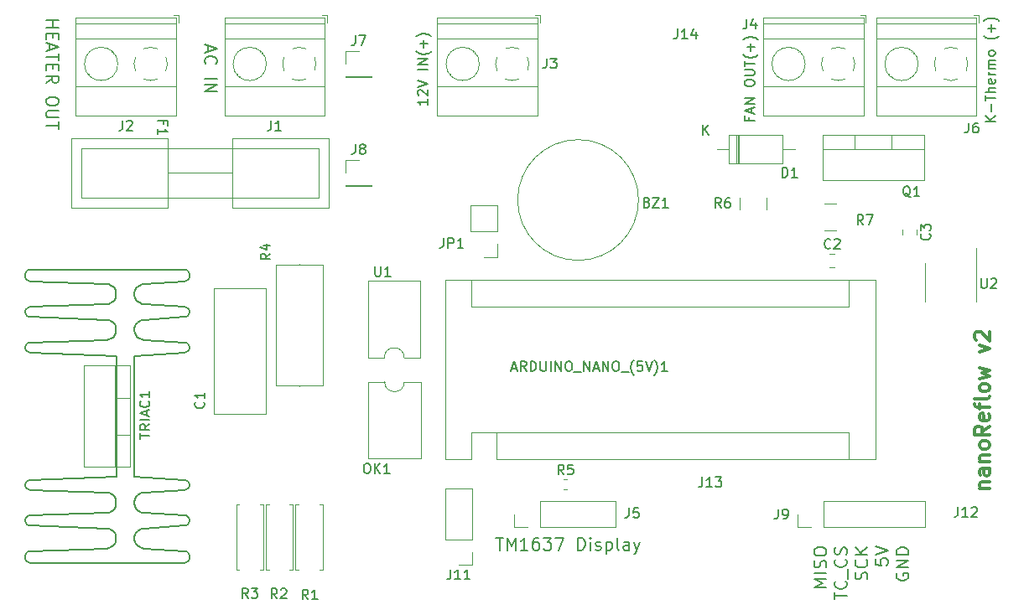
<source format=gbr>
G04 #@! TF.GenerationSoftware,KiCad,Pcbnew,(5.1.12)-1*
G04 #@! TF.CreationDate,2022-01-17T10:13:42+01:00*
G04 #@! TF.ProjectId,arduino_nano_reflow_TRIAC_v1_0,61726475-696e-46f5-9f6e-616e6f5f7265,1.0*
G04 #@! TF.SameCoordinates,Original*
G04 #@! TF.FileFunction,Legend,Top*
G04 #@! TF.FilePolarity,Positive*
%FSLAX46Y46*%
G04 Gerber Fmt 4.6, Leading zero omitted, Abs format (unit mm)*
G04 Created by KiCad (PCBNEW (5.1.12)-1) date 2022-01-17 10:13:42*
%MOMM*%
%LPD*%
G01*
G04 APERTURE LIST*
%ADD10C,0.200000*%
%ADD11C,0.150000*%
%ADD12C,0.300000*%
%ADD13C,0.120000*%
%ADD14C,0.191466*%
G04 APERTURE END LIST*
D10*
X182434296Y-116055450D02*
X181184296Y-116055450D01*
X182077153Y-115638783D01*
X181184296Y-115222117D01*
X182434296Y-115222117D01*
X182434296Y-114626879D02*
X181184296Y-114626879D01*
X182374772Y-114091164D02*
X182434296Y-113912593D01*
X182434296Y-113614974D01*
X182374772Y-113495926D01*
X182315248Y-113436402D01*
X182196200Y-113376879D01*
X182077153Y-113376879D01*
X181958105Y-113436402D01*
X181898581Y-113495926D01*
X181839058Y-113614974D01*
X181779534Y-113853069D01*
X181720010Y-113972117D01*
X181660486Y-114031640D01*
X181541439Y-114091164D01*
X181422391Y-114091164D01*
X181303343Y-114031640D01*
X181243820Y-113972117D01*
X181184296Y-113853069D01*
X181184296Y-113555450D01*
X181243820Y-113376879D01*
X181184296Y-112603069D02*
X181184296Y-112364974D01*
X181243820Y-112245926D01*
X181362867Y-112126879D01*
X181600962Y-112067355D01*
X182017629Y-112067355D01*
X182255724Y-112126879D01*
X182374772Y-112245926D01*
X182434296Y-112364974D01*
X182434296Y-112603069D01*
X182374772Y-112722117D01*
X182255724Y-112841164D01*
X182017629Y-112900688D01*
X181600962Y-112900688D01*
X181362867Y-112841164D01*
X181243820Y-112722117D01*
X181184296Y-112603069D01*
X183259296Y-117305450D02*
X183259296Y-116591164D01*
X184509296Y-116948307D02*
X183259296Y-116948307D01*
X184390248Y-115460212D02*
X184449772Y-115519736D01*
X184509296Y-115698307D01*
X184509296Y-115817355D01*
X184449772Y-115995926D01*
X184330724Y-116114974D01*
X184211677Y-116174498D01*
X183973581Y-116234021D01*
X183795010Y-116234021D01*
X183556915Y-116174498D01*
X183437867Y-116114974D01*
X183318820Y-115995926D01*
X183259296Y-115817355D01*
X183259296Y-115698307D01*
X183318820Y-115519736D01*
X183378343Y-115460212D01*
X184628343Y-115222117D02*
X184628343Y-114269736D01*
X184390248Y-113257831D02*
X184449772Y-113317355D01*
X184509296Y-113495926D01*
X184509296Y-113614974D01*
X184449772Y-113793545D01*
X184330724Y-113912593D01*
X184211677Y-113972117D01*
X183973581Y-114031640D01*
X183795010Y-114031640D01*
X183556915Y-113972117D01*
X183437867Y-113912593D01*
X183318820Y-113793545D01*
X183259296Y-113614974D01*
X183259296Y-113495926D01*
X183318820Y-113317355D01*
X183378343Y-113257831D01*
X184449772Y-112781640D02*
X184509296Y-112603069D01*
X184509296Y-112305450D01*
X184449772Y-112186402D01*
X184390248Y-112126879D01*
X184271200Y-112067355D01*
X184152153Y-112067355D01*
X184033105Y-112126879D01*
X183973581Y-112186402D01*
X183914058Y-112305450D01*
X183854534Y-112543545D01*
X183795010Y-112662593D01*
X183735486Y-112722117D01*
X183616439Y-112781640D01*
X183497391Y-112781640D01*
X183378343Y-112722117D01*
X183318820Y-112662593D01*
X183259296Y-112543545D01*
X183259296Y-112245926D01*
X183318820Y-112067355D01*
X186524772Y-115281640D02*
X186584296Y-115103069D01*
X186584296Y-114805450D01*
X186524772Y-114686402D01*
X186465248Y-114626879D01*
X186346200Y-114567355D01*
X186227153Y-114567355D01*
X186108105Y-114626879D01*
X186048581Y-114686402D01*
X185989058Y-114805450D01*
X185929534Y-115043545D01*
X185870010Y-115162593D01*
X185810486Y-115222117D01*
X185691439Y-115281640D01*
X185572391Y-115281640D01*
X185453343Y-115222117D01*
X185393820Y-115162593D01*
X185334296Y-115043545D01*
X185334296Y-114745926D01*
X185393820Y-114567355D01*
X186465248Y-113317355D02*
X186524772Y-113376879D01*
X186584296Y-113555450D01*
X186584296Y-113674498D01*
X186524772Y-113853069D01*
X186405724Y-113972117D01*
X186286677Y-114031640D01*
X186048581Y-114091164D01*
X185870010Y-114091164D01*
X185631915Y-114031640D01*
X185512867Y-113972117D01*
X185393820Y-113853069D01*
X185334296Y-113674498D01*
X185334296Y-113555450D01*
X185393820Y-113376879D01*
X185453343Y-113317355D01*
X186584296Y-112781640D02*
X185334296Y-112781640D01*
X186584296Y-112067355D02*
X185870010Y-112603069D01*
X185334296Y-112067355D02*
X186048581Y-112781640D01*
X187409296Y-113198307D02*
X187409296Y-113793545D01*
X188004534Y-113853069D01*
X187945010Y-113793545D01*
X187885486Y-113674498D01*
X187885486Y-113376879D01*
X187945010Y-113257831D01*
X188004534Y-113198307D01*
X188123581Y-113138783D01*
X188421200Y-113138783D01*
X188540248Y-113198307D01*
X188599772Y-113257831D01*
X188659296Y-113376879D01*
X188659296Y-113674498D01*
X188599772Y-113793545D01*
X188540248Y-113853069D01*
X187409296Y-112781640D02*
X188659296Y-112364974D01*
X187409296Y-111948307D01*
X189543820Y-114686402D02*
X189484296Y-114805450D01*
X189484296Y-114984021D01*
X189543820Y-115162593D01*
X189662867Y-115281640D01*
X189781915Y-115341164D01*
X190020010Y-115400688D01*
X190198581Y-115400688D01*
X190436677Y-115341164D01*
X190555724Y-115281640D01*
X190674772Y-115162593D01*
X190734296Y-114984021D01*
X190734296Y-114864974D01*
X190674772Y-114686402D01*
X190615248Y-114626879D01*
X190198581Y-114626879D01*
X190198581Y-114864974D01*
X190734296Y-114091164D02*
X189484296Y-114091164D01*
X190734296Y-113376879D01*
X189484296Y-113376879D01*
X190734296Y-112781640D02*
X189484296Y-112781640D01*
X189484296Y-112484021D01*
X189543820Y-112305450D01*
X189662867Y-112186402D01*
X189781915Y-112126879D01*
X190020010Y-112067355D01*
X190198581Y-112067355D01*
X190436677Y-112126879D01*
X190555724Y-112186402D01*
X190674772Y-112305450D01*
X190734296Y-112484021D01*
X190734296Y-112781640D01*
D11*
X199471200Y-69037355D02*
X198471200Y-69037355D01*
X199471200Y-68465926D02*
X198899772Y-68894498D01*
X198471200Y-68465926D02*
X199042629Y-69037355D01*
X199090248Y-68037355D02*
X199090248Y-67275450D01*
X198471200Y-66942117D02*
X198471200Y-66370688D01*
X199471200Y-66656402D02*
X198471200Y-66656402D01*
X199471200Y-66037355D02*
X198471200Y-66037355D01*
X199471200Y-65608783D02*
X198947391Y-65608783D01*
X198852153Y-65656402D01*
X198804534Y-65751640D01*
X198804534Y-65894498D01*
X198852153Y-65989736D01*
X198899772Y-66037355D01*
X199423581Y-64751640D02*
X199471200Y-64846879D01*
X199471200Y-65037355D01*
X199423581Y-65132593D01*
X199328343Y-65180212D01*
X198947391Y-65180212D01*
X198852153Y-65132593D01*
X198804534Y-65037355D01*
X198804534Y-64846879D01*
X198852153Y-64751640D01*
X198947391Y-64704021D01*
X199042629Y-64704021D01*
X199137867Y-65180212D01*
X199471200Y-64275450D02*
X198804534Y-64275450D01*
X198995010Y-64275450D02*
X198899772Y-64227831D01*
X198852153Y-64180212D01*
X198804534Y-64084974D01*
X198804534Y-63989736D01*
X199471200Y-63656402D02*
X198804534Y-63656402D01*
X198899772Y-63656402D02*
X198852153Y-63608783D01*
X198804534Y-63513545D01*
X198804534Y-63370688D01*
X198852153Y-63275450D01*
X198947391Y-63227831D01*
X199471200Y-63227831D01*
X198947391Y-63227831D02*
X198852153Y-63180212D01*
X198804534Y-63084974D01*
X198804534Y-62942117D01*
X198852153Y-62846879D01*
X198947391Y-62799260D01*
X199471200Y-62799260D01*
X199471200Y-62180212D02*
X199423581Y-62275450D01*
X199375962Y-62323069D01*
X199280724Y-62370688D01*
X198995010Y-62370688D01*
X198899772Y-62323069D01*
X198852153Y-62275450D01*
X198804534Y-62180212D01*
X198804534Y-62037355D01*
X198852153Y-61942117D01*
X198899772Y-61894498D01*
X198995010Y-61846879D01*
X199280724Y-61846879D01*
X199375962Y-61894498D01*
X199423581Y-61942117D01*
X199471200Y-62037355D01*
X199471200Y-62180212D01*
X199852153Y-60370688D02*
X199804534Y-60418307D01*
X199661677Y-60513545D01*
X199566439Y-60561164D01*
X199423581Y-60608783D01*
X199185486Y-60656402D01*
X198995010Y-60656402D01*
X198756915Y-60608783D01*
X198614058Y-60561164D01*
X198518820Y-60513545D01*
X198375962Y-60418307D01*
X198328343Y-60370688D01*
X199090248Y-59989736D02*
X199090248Y-59227831D01*
X199471200Y-59608783D02*
X198709296Y-59608783D01*
X199852153Y-58846879D02*
X199804534Y-58799260D01*
X199661677Y-58704021D01*
X199566439Y-58656402D01*
X199423581Y-58608783D01*
X199185486Y-58561164D01*
X198995010Y-58561164D01*
X198756915Y-58608783D01*
X198614058Y-58656402D01*
X198518820Y-58704021D01*
X198375962Y-58799260D01*
X198328343Y-58846879D01*
D10*
X149077153Y-111074736D02*
X149791439Y-111074736D01*
X149434296Y-112324736D02*
X149434296Y-111074736D01*
X150208105Y-112324736D02*
X150208105Y-111074736D01*
X150624772Y-111967593D01*
X151041439Y-111074736D01*
X151041439Y-112324736D01*
X152291439Y-112324736D02*
X151577153Y-112324736D01*
X151934296Y-112324736D02*
X151934296Y-111074736D01*
X151815248Y-111253307D01*
X151696200Y-111372355D01*
X151577153Y-111431879D01*
X153362867Y-111074736D02*
X153124772Y-111074736D01*
X153005724Y-111134260D01*
X152946200Y-111193783D01*
X152827153Y-111372355D01*
X152767629Y-111610450D01*
X152767629Y-112086640D01*
X152827153Y-112205688D01*
X152886677Y-112265212D01*
X153005724Y-112324736D01*
X153243820Y-112324736D01*
X153362867Y-112265212D01*
X153422391Y-112205688D01*
X153481915Y-112086640D01*
X153481915Y-111789021D01*
X153422391Y-111669974D01*
X153362867Y-111610450D01*
X153243820Y-111550926D01*
X153005724Y-111550926D01*
X152886677Y-111610450D01*
X152827153Y-111669974D01*
X152767629Y-111789021D01*
X153898581Y-111074736D02*
X154672391Y-111074736D01*
X154255724Y-111550926D01*
X154434296Y-111550926D01*
X154553343Y-111610450D01*
X154612867Y-111669974D01*
X154672391Y-111789021D01*
X154672391Y-112086640D01*
X154612867Y-112205688D01*
X154553343Y-112265212D01*
X154434296Y-112324736D01*
X154077153Y-112324736D01*
X153958105Y-112265212D01*
X153898581Y-112205688D01*
X155089058Y-111074736D02*
X155922391Y-111074736D01*
X155386677Y-112324736D01*
X157350962Y-112324736D02*
X157350962Y-111074736D01*
X157648581Y-111074736D01*
X157827153Y-111134260D01*
X157946200Y-111253307D01*
X158005724Y-111372355D01*
X158065248Y-111610450D01*
X158065248Y-111789021D01*
X158005724Y-112027117D01*
X157946200Y-112146164D01*
X157827153Y-112265212D01*
X157648581Y-112324736D01*
X157350962Y-112324736D01*
X158600962Y-112324736D02*
X158600962Y-111491402D01*
X158600962Y-111074736D02*
X158541439Y-111134260D01*
X158600962Y-111193783D01*
X158660486Y-111134260D01*
X158600962Y-111074736D01*
X158600962Y-111193783D01*
X159136677Y-112265212D02*
X159255724Y-112324736D01*
X159493820Y-112324736D01*
X159612867Y-112265212D01*
X159672391Y-112146164D01*
X159672391Y-112086640D01*
X159612867Y-111967593D01*
X159493820Y-111908069D01*
X159315248Y-111908069D01*
X159196200Y-111848545D01*
X159136677Y-111729498D01*
X159136677Y-111669974D01*
X159196200Y-111550926D01*
X159315248Y-111491402D01*
X159493820Y-111491402D01*
X159612867Y-111550926D01*
X160208105Y-111491402D02*
X160208105Y-112741402D01*
X160208105Y-111550926D02*
X160327153Y-111491402D01*
X160565248Y-111491402D01*
X160684296Y-111550926D01*
X160743820Y-111610450D01*
X160803343Y-111729498D01*
X160803343Y-112086640D01*
X160743820Y-112205688D01*
X160684296Y-112265212D01*
X160565248Y-112324736D01*
X160327153Y-112324736D01*
X160208105Y-112265212D01*
X161517629Y-112324736D02*
X161398581Y-112265212D01*
X161339058Y-112146164D01*
X161339058Y-111074736D01*
X162529534Y-112324736D02*
X162529534Y-111669974D01*
X162470010Y-111550926D01*
X162350962Y-111491402D01*
X162112867Y-111491402D01*
X161993820Y-111550926D01*
X162529534Y-112265212D02*
X162410486Y-112324736D01*
X162112867Y-112324736D01*
X161993820Y-112265212D01*
X161934296Y-112146164D01*
X161934296Y-112027117D01*
X161993820Y-111908069D01*
X162112867Y-111848545D01*
X162410486Y-111848545D01*
X162529534Y-111789021D01*
X163005724Y-111491402D02*
X163303343Y-112324736D01*
X163600962Y-111491402D02*
X163303343Y-112324736D01*
X163184296Y-112622355D01*
X163124772Y-112681879D01*
X163005724Y-112741402D01*
D11*
X142171200Y-66746879D02*
X142171200Y-67318307D01*
X142171200Y-67032593D02*
X141171200Y-67032593D01*
X141314058Y-67127831D01*
X141409296Y-67223069D01*
X141456915Y-67318307D01*
X141266439Y-66365926D02*
X141218820Y-66318307D01*
X141171200Y-66223069D01*
X141171200Y-65984974D01*
X141218820Y-65889736D01*
X141266439Y-65842117D01*
X141361677Y-65794498D01*
X141456915Y-65794498D01*
X141599772Y-65842117D01*
X142171200Y-66413545D01*
X142171200Y-65794498D01*
X141171200Y-65508783D02*
X142171200Y-65175450D01*
X141171200Y-64842117D01*
X142171200Y-63746879D02*
X141171200Y-63746879D01*
X142171200Y-63270688D02*
X141171200Y-63270688D01*
X142171200Y-62699260D01*
X141171200Y-62699260D01*
X142552153Y-61937355D02*
X142504534Y-61984974D01*
X142361677Y-62080212D01*
X142266439Y-62127831D01*
X142123581Y-62175450D01*
X141885486Y-62223069D01*
X141695010Y-62223069D01*
X141456915Y-62175450D01*
X141314058Y-62127831D01*
X141218820Y-62080212D01*
X141075962Y-61984974D01*
X141028343Y-61937355D01*
X141790248Y-61556402D02*
X141790248Y-60794498D01*
X142171200Y-61175450D02*
X141409296Y-61175450D01*
X142552153Y-60413545D02*
X142504534Y-60365926D01*
X142361677Y-60270688D01*
X142266439Y-60223069D01*
X142123581Y-60175450D01*
X141885486Y-60127831D01*
X141695010Y-60127831D01*
X141456915Y-60175450D01*
X141314058Y-60223069D01*
X141218820Y-60270688D01*
X141075962Y-60365926D01*
X141028343Y-60413545D01*
X174647391Y-68604021D02*
X174647391Y-68937355D01*
X175171200Y-68937355D02*
X174171200Y-68937355D01*
X174171200Y-68461164D01*
X174885486Y-68127831D02*
X174885486Y-67651640D01*
X175171200Y-68223069D02*
X174171200Y-67889736D01*
X175171200Y-67556402D01*
X175171200Y-67223069D02*
X174171200Y-67223069D01*
X175171200Y-66651640D01*
X174171200Y-66651640D01*
X174171200Y-65223069D02*
X174171200Y-65032593D01*
X174218820Y-64937355D01*
X174314058Y-64842117D01*
X174504534Y-64794498D01*
X174837867Y-64794498D01*
X175028343Y-64842117D01*
X175123581Y-64937355D01*
X175171200Y-65032593D01*
X175171200Y-65223069D01*
X175123581Y-65318307D01*
X175028343Y-65413545D01*
X174837867Y-65461164D01*
X174504534Y-65461164D01*
X174314058Y-65413545D01*
X174218820Y-65318307D01*
X174171200Y-65223069D01*
X174171200Y-64365926D02*
X174980724Y-64365926D01*
X175075962Y-64318307D01*
X175123581Y-64270688D01*
X175171200Y-64175450D01*
X175171200Y-63984974D01*
X175123581Y-63889736D01*
X175075962Y-63842117D01*
X174980724Y-63794498D01*
X174171200Y-63794498D01*
X174171200Y-63461164D02*
X174171200Y-62889736D01*
X175171200Y-63175450D02*
X174171200Y-63175450D01*
X175552153Y-62270688D02*
X175504534Y-62318307D01*
X175361677Y-62413545D01*
X175266439Y-62461164D01*
X175123581Y-62508783D01*
X174885486Y-62556402D01*
X174695010Y-62556402D01*
X174456915Y-62508783D01*
X174314058Y-62461164D01*
X174218820Y-62413545D01*
X174075962Y-62318307D01*
X174028343Y-62270688D01*
X174790248Y-61889736D02*
X174790248Y-61127831D01*
X175171200Y-61508783D02*
X174409296Y-61508783D01*
X175552153Y-60746879D02*
X175504534Y-60699260D01*
X175361677Y-60604021D01*
X175266439Y-60556402D01*
X175123581Y-60508783D01*
X174885486Y-60461164D01*
X174695010Y-60461164D01*
X174456915Y-60508783D01*
X174314058Y-60556402D01*
X174218820Y-60604021D01*
X174075962Y-60699260D01*
X174028343Y-60746879D01*
D10*
X103653343Y-58812355D02*
X104903343Y-58812355D01*
X104308105Y-58812355D02*
X104308105Y-59526640D01*
X103653343Y-59526640D02*
X104903343Y-59526640D01*
X104308105Y-60121879D02*
X104308105Y-60538545D01*
X103653343Y-60717117D02*
X103653343Y-60121879D01*
X104903343Y-60121879D01*
X104903343Y-60717117D01*
X104010486Y-61193307D02*
X104010486Y-61788545D01*
X103653343Y-61074260D02*
X104903343Y-61490926D01*
X103653343Y-61907593D01*
X104903343Y-62145688D02*
X104903343Y-62859974D01*
X103653343Y-62502831D02*
X104903343Y-62502831D01*
X104308105Y-63276640D02*
X104308105Y-63693307D01*
X103653343Y-63871879D02*
X103653343Y-63276640D01*
X104903343Y-63276640D01*
X104903343Y-63871879D01*
X103653343Y-65121879D02*
X104248581Y-64705212D01*
X103653343Y-64407593D02*
X104903343Y-64407593D01*
X104903343Y-64883783D01*
X104843820Y-65002831D01*
X104784296Y-65062355D01*
X104665248Y-65121879D01*
X104486677Y-65121879D01*
X104367629Y-65062355D01*
X104308105Y-65002831D01*
X104248581Y-64883783D01*
X104248581Y-64407593D01*
X104903343Y-66848069D02*
X104903343Y-67086164D01*
X104843820Y-67205212D01*
X104724772Y-67324260D01*
X104486677Y-67383783D01*
X104070010Y-67383783D01*
X103831915Y-67324260D01*
X103712867Y-67205212D01*
X103653343Y-67086164D01*
X103653343Y-66848069D01*
X103712867Y-66729021D01*
X103831915Y-66609974D01*
X104070010Y-66550450D01*
X104486677Y-66550450D01*
X104724772Y-66609974D01*
X104843820Y-66729021D01*
X104903343Y-66848069D01*
X104903343Y-67919498D02*
X103891439Y-67919498D01*
X103772391Y-67979021D01*
X103712867Y-68038545D01*
X103653343Y-68157593D01*
X103653343Y-68395688D01*
X103712867Y-68514736D01*
X103772391Y-68574260D01*
X103891439Y-68633783D01*
X104903343Y-68633783D01*
X104903343Y-69050450D02*
X104903343Y-69764736D01*
X103653343Y-69407593D02*
X104903343Y-69407593D01*
X120010486Y-61348069D02*
X120010486Y-61943307D01*
X119653343Y-61229021D02*
X120903343Y-61645688D01*
X119653343Y-62062355D01*
X119772391Y-63193307D02*
X119712867Y-63133783D01*
X119653343Y-62955212D01*
X119653343Y-62836164D01*
X119712867Y-62657593D01*
X119831915Y-62538545D01*
X119950962Y-62479021D01*
X120189058Y-62419498D01*
X120367629Y-62419498D01*
X120605724Y-62479021D01*
X120724772Y-62538545D01*
X120843820Y-62657593D01*
X120903343Y-62836164D01*
X120903343Y-62955212D01*
X120843820Y-63133783D01*
X120784296Y-63193307D01*
X119653343Y-64681402D02*
X120903343Y-64681402D01*
X119653343Y-65276640D02*
X120903343Y-65276640D01*
X119653343Y-65990926D01*
X120903343Y-65990926D01*
D12*
X197897391Y-106092117D02*
X198897391Y-106092117D01*
X198040248Y-106092117D02*
X197968820Y-106020688D01*
X197897391Y-105877831D01*
X197897391Y-105663545D01*
X197968820Y-105520688D01*
X198111677Y-105449260D01*
X198897391Y-105449260D01*
X198897391Y-104092117D02*
X198111677Y-104092117D01*
X197968820Y-104163545D01*
X197897391Y-104306402D01*
X197897391Y-104592117D01*
X197968820Y-104734974D01*
X198825962Y-104092117D02*
X198897391Y-104234974D01*
X198897391Y-104592117D01*
X198825962Y-104734974D01*
X198683105Y-104806402D01*
X198540248Y-104806402D01*
X198397391Y-104734974D01*
X198325962Y-104592117D01*
X198325962Y-104234974D01*
X198254534Y-104092117D01*
X197897391Y-103377831D02*
X198897391Y-103377831D01*
X198040248Y-103377831D02*
X197968820Y-103306402D01*
X197897391Y-103163545D01*
X197897391Y-102949260D01*
X197968820Y-102806402D01*
X198111677Y-102734974D01*
X198897391Y-102734974D01*
X198897391Y-101806402D02*
X198825962Y-101949260D01*
X198754534Y-102020688D01*
X198611677Y-102092117D01*
X198183105Y-102092117D01*
X198040248Y-102020688D01*
X197968820Y-101949260D01*
X197897391Y-101806402D01*
X197897391Y-101592117D01*
X197968820Y-101449260D01*
X198040248Y-101377831D01*
X198183105Y-101306402D01*
X198611677Y-101306402D01*
X198754534Y-101377831D01*
X198825962Y-101449260D01*
X198897391Y-101592117D01*
X198897391Y-101806402D01*
X198897391Y-99806402D02*
X198183105Y-100306402D01*
X198897391Y-100663545D02*
X197397391Y-100663545D01*
X197397391Y-100092117D01*
X197468820Y-99949260D01*
X197540248Y-99877831D01*
X197683105Y-99806402D01*
X197897391Y-99806402D01*
X198040248Y-99877831D01*
X198111677Y-99949260D01*
X198183105Y-100092117D01*
X198183105Y-100663545D01*
X198825962Y-98592117D02*
X198897391Y-98734974D01*
X198897391Y-99020688D01*
X198825962Y-99163545D01*
X198683105Y-99234974D01*
X198111677Y-99234974D01*
X197968820Y-99163545D01*
X197897391Y-99020688D01*
X197897391Y-98734974D01*
X197968820Y-98592117D01*
X198111677Y-98520688D01*
X198254534Y-98520688D01*
X198397391Y-99234974D01*
X197897391Y-98092117D02*
X197897391Y-97520688D01*
X198897391Y-97877831D02*
X197611677Y-97877831D01*
X197468820Y-97806402D01*
X197397391Y-97663545D01*
X197397391Y-97520688D01*
X198897391Y-96806402D02*
X198825962Y-96949260D01*
X198683105Y-97020688D01*
X197397391Y-97020688D01*
X198897391Y-96020688D02*
X198825962Y-96163545D01*
X198754534Y-96234974D01*
X198611677Y-96306402D01*
X198183105Y-96306402D01*
X198040248Y-96234974D01*
X197968820Y-96163545D01*
X197897391Y-96020688D01*
X197897391Y-95806402D01*
X197968820Y-95663545D01*
X198040248Y-95592117D01*
X198183105Y-95520688D01*
X198611677Y-95520688D01*
X198754534Y-95592117D01*
X198825962Y-95663545D01*
X198897391Y-95806402D01*
X198897391Y-96020688D01*
X197897391Y-95020688D02*
X198897391Y-94734974D01*
X198183105Y-94449260D01*
X198897391Y-94163545D01*
X197897391Y-93877831D01*
X197897391Y-92306402D02*
X198897391Y-91949260D01*
X197897391Y-91592117D01*
X197540248Y-91092117D02*
X197468820Y-91020688D01*
X197397391Y-90877831D01*
X197397391Y-90520688D01*
X197468820Y-90377831D01*
X197540248Y-90306402D01*
X197683105Y-90234974D01*
X197825962Y-90234974D01*
X198040248Y-90306402D01*
X198897391Y-91163545D01*
X198897391Y-90234974D01*
D13*
X133888820Y-75529260D02*
X136548820Y-75529260D01*
X133888820Y-75469260D02*
X133888820Y-75529260D01*
X136548820Y-75469260D02*
X136548820Y-75529260D01*
X133888820Y-75469260D02*
X136548820Y-75469260D01*
X133888820Y-74199260D02*
X133888820Y-72869260D01*
X133888820Y-72869260D02*
X135218820Y-72869260D01*
X133888820Y-64529260D02*
X136548820Y-64529260D01*
X133888820Y-64469260D02*
X133888820Y-64529260D01*
X136548820Y-64469260D02*
X136548820Y-64529260D01*
X133888820Y-64469260D02*
X136548820Y-64469260D01*
X133888820Y-63199260D02*
X133888820Y-61869260D01*
X133888820Y-61869260D02*
X135218820Y-61869260D01*
X173358820Y-70329260D02*
X173358820Y-73269260D01*
X173598820Y-70329260D02*
X173598820Y-73269260D01*
X173478820Y-70329260D02*
X173478820Y-73269260D01*
X179238820Y-71799260D02*
X178018820Y-71799260D01*
X171358820Y-71799260D02*
X172578820Y-71799260D01*
X178018820Y-70329260D02*
X172578820Y-70329260D01*
X178018820Y-73269260D02*
X178018820Y-70329260D01*
X172578820Y-73269260D02*
X178018820Y-73269260D01*
X172578820Y-70329260D02*
X172578820Y-73269260D01*
X129218820Y-83399260D02*
X129218820Y-83509260D01*
X129218820Y-95759260D02*
X129218820Y-95649260D01*
X126848820Y-83509260D02*
X126848820Y-95649260D01*
X131588820Y-83509260D02*
X126848820Y-83509260D01*
X131588820Y-95649260D02*
X131588820Y-83509260D01*
X126848820Y-95649260D02*
X131588820Y-95649260D01*
X125838820Y-98569260D02*
X120598820Y-98569260D01*
X125838820Y-85829260D02*
X120598820Y-85829260D01*
X120598820Y-85829260D02*
X120598820Y-98569260D01*
X125838820Y-85829260D02*
X125838820Y-98569260D01*
X192408820Y-85239260D02*
X192408820Y-87189260D01*
X192408820Y-85239260D02*
X192408820Y-83289260D01*
X197528820Y-85239260D02*
X197528820Y-87189260D01*
X197528820Y-85239260D02*
X197528820Y-81789260D01*
X191698820Y-63199260D02*
G75*
G03*
X191698820Y-63199260I-1680000J0D01*
G01*
X197578820Y-59099260D02*
X187458820Y-59099260D01*
X197578820Y-60599260D02*
X187458820Y-60599260D01*
X197578820Y-65500260D02*
X187458820Y-65500260D01*
X197578820Y-68460260D02*
X187458820Y-68460260D01*
X197578820Y-58539260D02*
X187458820Y-58539260D01*
X197578820Y-68460260D02*
X197578820Y-58539260D01*
X187458820Y-68460260D02*
X187458820Y-58539260D01*
X188743820Y-64268260D02*
X188790820Y-64222260D01*
X191052820Y-61960260D02*
X191087820Y-61925260D01*
X188948820Y-64474260D02*
X188983820Y-64438260D01*
X191245820Y-62176260D02*
X191292820Y-62130260D01*
X197818820Y-59039260D02*
X197818820Y-58299260D01*
X197818820Y-58299260D02*
X197318820Y-58299260D01*
X194990015Y-61519007D02*
G75*
G02*
X195702820Y-61664260I28805J-1680253D01*
G01*
X196554246Y-62516218D02*
G75*
G02*
X196553820Y-63883260I-1535426J-683042D01*
G01*
X195701862Y-64734686D02*
G75*
G02*
X194334820Y-64734260I-683042J1535426D01*
G01*
X193483394Y-63882302D02*
G75*
G02*
X193483820Y-62515260I1535426J683042D01*
G01*
X194335502Y-61664504D02*
G75*
G02*
X195018820Y-61519260I683318J-1534756D01*
G01*
X191553820Y-79938008D02*
X191553820Y-80460512D01*
X190083820Y-79938008D02*
X190083820Y-80460512D01*
X150908820Y-110020000D02*
X150908820Y-108690000D01*
X152238820Y-110020000D02*
X150908820Y-110020000D01*
X153508820Y-110020000D02*
X153508820Y-107360000D01*
X153508820Y-107360000D02*
X161188820Y-107360000D01*
X153508820Y-110020000D02*
X161188820Y-110020000D01*
X161188820Y-110020000D02*
X161188820Y-107360000D01*
D14*
X113324036Y-85462991D02*
X113107892Y-85571063D01*
X113107892Y-85571063D02*
X112891748Y-85701110D01*
X112891748Y-85701110D02*
X112740447Y-85895279D01*
X112740447Y-85895279D02*
X112632375Y-86090169D01*
X112632375Y-86090169D02*
X112589147Y-86327927D01*
X112589147Y-86327927D02*
X112589147Y-86587300D01*
X112589147Y-86587300D02*
X112632375Y-86825059D01*
X112632375Y-86825059D02*
X112740447Y-87019228D01*
X112740447Y-87019228D02*
X112891748Y-87214118D01*
X112891748Y-87214118D02*
X113107892Y-87343805D01*
X113107892Y-87343805D02*
X113324036Y-87451877D01*
X113324036Y-87451877D02*
X113540180Y-87473491D01*
X113540180Y-87473491D02*
X117637824Y-87754478D01*
X117637824Y-87754478D02*
X117789125Y-87776093D01*
X117789125Y-87776093D02*
X117940426Y-87884165D01*
X117940426Y-87884165D02*
X118048498Y-88013851D01*
X118048498Y-88013851D02*
X118113341Y-88164792D01*
X118113341Y-88164792D02*
X118113341Y-88359682D01*
X118113341Y-88359682D02*
X118048498Y-88510983D01*
X118048498Y-88510983D02*
X117940426Y-88640309D01*
X117940426Y-88640309D02*
X117789125Y-88748741D01*
X117789125Y-88748741D02*
X117637824Y-88769995D01*
X117637824Y-88769995D02*
X113540180Y-89051342D01*
X113540180Y-89051342D02*
X113324036Y-89072957D01*
X113324036Y-89072957D02*
X113107892Y-89159054D01*
X113107892Y-89159054D02*
X112891748Y-89310355D01*
X112891748Y-89310355D02*
X112740447Y-89483630D01*
X112740447Y-89483630D02*
X112632375Y-89699414D01*
X112632375Y-89699414D02*
X112589147Y-89937533D01*
X112589147Y-89937533D02*
X112589147Y-90175291D01*
X112589147Y-90175291D02*
X112632375Y-90391075D01*
X112632375Y-90391075D02*
X112740447Y-90629194D01*
X112740447Y-90629194D02*
X112891748Y-90823363D01*
X112891748Y-90823363D02*
X113107892Y-90953410D01*
X113107892Y-90953410D02*
X113324036Y-91039868D01*
X113324036Y-91039868D02*
X113540180Y-91083097D01*
X113540180Y-91083097D02*
X117637824Y-91342109D01*
X117637824Y-91342109D02*
X117789125Y-91385338D01*
X117789125Y-91385338D02*
X117940426Y-91471796D01*
X117940426Y-91471796D02*
X118048498Y-91601482D01*
X118048498Y-91601482D02*
X118113341Y-91774758D01*
X118113341Y-91774758D02*
X118113341Y-91925698D01*
X118113341Y-91925698D02*
X118048498Y-92120588D01*
X118048498Y-92120588D02*
X117940426Y-92250274D01*
X117940426Y-92250274D02*
X117637824Y-92379601D01*
X117637824Y-92379601D02*
X112567532Y-92682202D01*
X112567532Y-92682202D02*
X112567532Y-98799260D01*
X112567532Y-98799260D02*
X112567532Y-104916317D01*
X112567532Y-104916317D02*
X117637824Y-105218919D01*
X117637824Y-105218919D02*
X117940426Y-105348245D01*
X117940426Y-105348245D02*
X118048498Y-105477932D01*
X118048498Y-105477932D02*
X118113341Y-105672822D01*
X118113341Y-105672822D02*
X118113341Y-105823762D01*
X118113341Y-105823762D02*
X118048498Y-105997038D01*
X118048498Y-105997038D02*
X117940426Y-106126724D01*
X117940426Y-106126724D02*
X117789125Y-106213182D01*
X117789125Y-106213182D02*
X117637824Y-106256411D01*
X117637824Y-106256411D02*
X113540180Y-106515423D01*
X113540180Y-106515423D02*
X113324036Y-106558652D01*
X113324036Y-106558652D02*
X113107892Y-106645110D01*
X113107892Y-106645110D02*
X112891748Y-106775157D01*
X112891748Y-106775157D02*
X112740447Y-106969326D01*
X112740447Y-106969326D02*
X112632375Y-107207445D01*
X112632375Y-107207445D02*
X112589147Y-107423229D01*
X112589147Y-107423229D02*
X112589147Y-107660987D01*
X112589147Y-107660987D02*
X112632375Y-107899106D01*
X112632375Y-107899106D02*
X112740447Y-108114890D01*
X112740447Y-108114890D02*
X112891748Y-108288165D01*
X112891748Y-108288165D02*
X113107892Y-108439466D01*
X113107892Y-108439466D02*
X113324036Y-108525563D01*
X113324036Y-108525563D02*
X113540180Y-108547178D01*
X113540180Y-108547178D02*
X117637824Y-108828525D01*
X117637824Y-108828525D02*
X117789125Y-108849779D01*
X117789125Y-108849779D02*
X117940426Y-108958211D01*
X117940426Y-108958211D02*
X118048498Y-109087537D01*
X118048498Y-109087537D02*
X118113341Y-109238838D01*
X118113341Y-109238838D02*
X118113341Y-109433728D01*
X118113341Y-109433728D02*
X118048498Y-109584668D01*
X118048498Y-109584668D02*
X117940426Y-109714355D01*
X117940426Y-109714355D02*
X117789125Y-109822427D01*
X117789125Y-109822427D02*
X117637824Y-109844042D01*
X117637824Y-109844042D02*
X113540180Y-110125029D01*
X113540180Y-110125029D02*
X113324036Y-110146643D01*
X113324036Y-110146643D02*
X113107892Y-110254715D01*
X113107892Y-110254715D02*
X112891748Y-110384402D01*
X112891748Y-110384402D02*
X112740447Y-110579291D01*
X112740447Y-110579291D02*
X112632375Y-110773461D01*
X112632375Y-110773461D02*
X112589147Y-111011219D01*
X112589147Y-111011219D02*
X112589147Y-111270593D01*
X112589147Y-111270593D02*
X112632375Y-111508351D01*
X112632375Y-111508351D02*
X112740447Y-111703241D01*
X112740447Y-111703241D02*
X112891748Y-111897410D01*
X112891748Y-111897410D02*
X113107892Y-112027457D01*
X113107892Y-112027457D02*
X113324036Y-112135529D01*
X113324036Y-112135529D02*
X113540180Y-112157144D01*
X113540180Y-112157144D02*
X117637824Y-112437771D01*
X117637824Y-112437771D02*
X117789125Y-112459385D01*
X117789125Y-112459385D02*
X117940426Y-112567818D01*
X117940426Y-112567818D02*
X118048498Y-112697504D01*
X118048498Y-112697504D02*
X118113341Y-112848445D01*
X118113341Y-112848445D02*
X118113341Y-113194275D01*
X118113341Y-113194275D02*
X118048498Y-113345936D01*
X118048498Y-113345936D02*
X117940426Y-113475623D01*
X117940426Y-113475623D02*
X117789125Y-113583334D01*
X117789125Y-113583334D02*
X117616210Y-113604949D01*
X117616210Y-113604949D02*
X112567532Y-113604949D01*
X112567532Y-113604949D02*
X110752422Y-113604949D01*
X110752422Y-113604949D02*
X102063430Y-113604949D01*
X102063430Y-113604949D02*
X101890515Y-113583334D01*
X101890515Y-113583334D02*
X101739214Y-113475623D01*
X101739214Y-113475623D02*
X101631142Y-113345936D01*
X101631142Y-113345936D02*
X101566299Y-113194275D01*
X101566299Y-113194275D02*
X101566299Y-112848445D01*
X101566299Y-112848445D02*
X101631142Y-112697504D01*
X101631142Y-112697504D02*
X101739214Y-112567818D01*
X101739214Y-112567818D02*
X101890515Y-112459385D01*
X101890515Y-112459385D02*
X102041816Y-112437771D01*
X102041816Y-112437771D02*
X109779774Y-112157144D01*
X109779774Y-112157144D02*
X109995918Y-112135529D01*
X109995918Y-112135529D02*
X110212062Y-112027457D01*
X110212062Y-112027457D02*
X110428206Y-111897410D01*
X110428206Y-111897410D02*
X110579507Y-111703241D01*
X110579507Y-111703241D02*
X110687579Y-111508351D01*
X110687579Y-111508351D02*
X110730808Y-111270593D01*
X110730808Y-111270593D02*
X110730808Y-111011219D01*
X110730808Y-111011219D02*
X110687579Y-110773461D01*
X110687579Y-110773461D02*
X110579507Y-110579291D01*
X110579507Y-110579291D02*
X110428206Y-110384402D01*
X110428206Y-110384402D02*
X110212062Y-110254715D01*
X110212062Y-110254715D02*
X109995918Y-110146643D01*
X109995918Y-110146643D02*
X109779774Y-110125029D01*
X109779774Y-110125029D02*
X102041816Y-109844042D01*
X102041816Y-109844042D02*
X101890515Y-109822427D01*
X101890515Y-109822427D02*
X101739214Y-109714355D01*
X101739214Y-109714355D02*
X101631142Y-109584668D01*
X101631142Y-109584668D02*
X101566299Y-109433728D01*
X101566299Y-109433728D02*
X101566299Y-109238838D01*
X101566299Y-109238838D02*
X101631142Y-109087537D01*
X101631142Y-109087537D02*
X101739214Y-108958211D01*
X101739214Y-108958211D02*
X101890515Y-108849779D01*
X101890515Y-108849779D02*
X102041816Y-108828525D01*
X102041816Y-108828525D02*
X109779774Y-108547178D01*
X109779774Y-108547178D02*
X109995918Y-108525563D01*
X109995918Y-108525563D02*
X110212062Y-108439466D01*
X110212062Y-108439466D02*
X110428206Y-108288165D01*
X110428206Y-108288165D02*
X110579507Y-108114890D01*
X110579507Y-108114890D02*
X110687579Y-107899106D01*
X110687579Y-107899106D02*
X110730808Y-107660987D01*
X110730808Y-107660987D02*
X110730808Y-107423229D01*
X110730808Y-107423229D02*
X110687579Y-107207445D01*
X110687579Y-107207445D02*
X110579507Y-106969326D01*
X110579507Y-106969326D02*
X110428206Y-106775157D01*
X110428206Y-106775157D02*
X110212062Y-106645110D01*
X110212062Y-106645110D02*
X109995918Y-106558652D01*
X109995918Y-106558652D02*
X109779774Y-106515423D01*
X109779774Y-106515423D02*
X102041816Y-106256411D01*
X102041816Y-106256411D02*
X101890515Y-106213182D01*
X101890515Y-106213182D02*
X101739214Y-106126724D01*
X101739214Y-106126724D02*
X101631142Y-105997038D01*
X101631142Y-105997038D02*
X101566299Y-105823762D01*
X101566299Y-105823762D02*
X101566299Y-105672822D01*
X101566299Y-105672822D02*
X101631142Y-105477932D01*
X101631142Y-105477932D02*
X101739214Y-105348245D01*
X101739214Y-105348245D02*
X102041816Y-105218919D01*
X102041816Y-105218919D02*
X110752422Y-104916317D01*
X110752422Y-104916317D02*
X110752422Y-98799260D01*
X110752422Y-98799260D02*
X110752422Y-92682202D01*
X110752422Y-92682202D02*
X102041816Y-92379601D01*
X102041816Y-92379601D02*
X101739214Y-92250274D01*
X101739214Y-92250274D02*
X101631142Y-92120588D01*
X101631142Y-92120588D02*
X101566299Y-91925698D01*
X101566299Y-91925698D02*
X101566299Y-91774758D01*
X101566299Y-91774758D02*
X101631142Y-91601482D01*
X101631142Y-91601482D02*
X101739214Y-91471796D01*
X101739214Y-91471796D02*
X101890515Y-91385338D01*
X101890515Y-91385338D02*
X102041816Y-91342109D01*
X102041816Y-91342109D02*
X109779774Y-91083097D01*
X109779774Y-91083097D02*
X109995918Y-91039868D01*
X109995918Y-91039868D02*
X110212062Y-90953410D01*
X110212062Y-90953410D02*
X110428206Y-90823363D01*
X110428206Y-90823363D02*
X110579507Y-90629194D01*
X110579507Y-90629194D02*
X110687579Y-90391075D01*
X110687579Y-90391075D02*
X110730808Y-90175291D01*
X110730808Y-90175291D02*
X110730808Y-89937533D01*
X110730808Y-89937533D02*
X110687579Y-89699414D01*
X110687579Y-89699414D02*
X110579507Y-89483630D01*
X110579507Y-89483630D02*
X110428206Y-89310355D01*
X110428206Y-89310355D02*
X110212062Y-89159054D01*
X110212062Y-89159054D02*
X109995918Y-89072957D01*
X109995918Y-89072957D02*
X109779774Y-89051342D01*
X109779774Y-89051342D02*
X102041816Y-88769995D01*
X102041816Y-88769995D02*
X101890515Y-88748741D01*
X101890515Y-88748741D02*
X101739214Y-88640309D01*
X101739214Y-88640309D02*
X101631142Y-88510983D01*
X101631142Y-88510983D02*
X101566299Y-88359682D01*
X101566299Y-88359682D02*
X101566299Y-88164792D01*
X101566299Y-88164792D02*
X101631142Y-88013851D01*
X101631142Y-88013851D02*
X101739214Y-87884165D01*
X101739214Y-87884165D02*
X101890515Y-87776093D01*
X101890515Y-87776093D02*
X102041816Y-87754478D01*
X102041816Y-87754478D02*
X109779774Y-87473491D01*
X109779774Y-87473491D02*
X109995918Y-87451877D01*
X109995918Y-87451877D02*
X110212062Y-87343805D01*
X110212062Y-87343805D02*
X110428206Y-87214118D01*
X110428206Y-87214118D02*
X110579507Y-87019228D01*
X110579507Y-87019228D02*
X110687579Y-86825059D01*
X110687579Y-86825059D02*
X110730808Y-86587300D01*
X110730808Y-86587300D02*
X110730808Y-86327927D01*
X110730808Y-86327927D02*
X110687579Y-86090169D01*
X110687579Y-86090169D02*
X110579507Y-85895279D01*
X110579507Y-85895279D02*
X110428206Y-85701110D01*
X110428206Y-85701110D02*
X110212062Y-85571063D01*
X110212062Y-85571063D02*
X109995918Y-85462991D01*
X109995918Y-85462991D02*
X109779774Y-85441376D01*
X109779774Y-85441376D02*
X102041816Y-85160749D01*
X102041816Y-85160749D02*
X101890515Y-85139135D01*
X101890515Y-85139135D02*
X101739214Y-85030702D01*
X101739214Y-85030702D02*
X101631142Y-84901016D01*
X101631142Y-84901016D02*
X101566299Y-84750075D01*
X101566299Y-84750075D02*
X101566299Y-84404245D01*
X101566299Y-84404245D02*
X101631142Y-84252584D01*
X101631142Y-84252584D02*
X101739214Y-84122897D01*
X101739214Y-84122897D02*
X101890515Y-84015186D01*
X101890515Y-84015186D02*
X102063430Y-83993571D01*
X102063430Y-83993571D02*
X110752422Y-83993571D01*
X110752422Y-83993571D02*
X112567532Y-83993571D01*
X112567532Y-83993571D02*
X117616210Y-83993571D01*
X117616210Y-83993571D02*
X117789125Y-84015186D01*
X117789125Y-84015186D02*
X117940426Y-84122897D01*
X117940426Y-84122897D02*
X118048498Y-84252584D01*
X118048498Y-84252584D02*
X118113341Y-84404245D01*
X118113341Y-84404245D02*
X118113341Y-84750075D01*
X118113341Y-84750075D02*
X118048498Y-84901016D01*
X118048498Y-84901016D02*
X117940426Y-85030702D01*
X117940426Y-85030702D02*
X117789125Y-85139135D01*
X117789125Y-85139135D02*
X117637824Y-85160749D01*
X117637824Y-85160749D02*
X113540180Y-85441376D01*
X113540180Y-85441376D02*
X113324036Y-85462991D01*
D13*
X180298820Y-63199260D02*
G75*
G03*
X180298820Y-63199260I-1680000J0D01*
G01*
X186178820Y-59099260D02*
X176058820Y-59099260D01*
X186178820Y-60599260D02*
X176058820Y-60599260D01*
X186178820Y-65500260D02*
X176058820Y-65500260D01*
X186178820Y-68460260D02*
X176058820Y-68460260D01*
X186178820Y-58539260D02*
X176058820Y-58539260D01*
X186178820Y-68460260D02*
X186178820Y-58539260D01*
X176058820Y-68460260D02*
X176058820Y-58539260D01*
X177343820Y-64268260D02*
X177390820Y-64222260D01*
X179652820Y-61960260D02*
X179687820Y-61925260D01*
X177548820Y-64474260D02*
X177583820Y-64438260D01*
X179845820Y-62176260D02*
X179892820Y-62130260D01*
X186418820Y-59039260D02*
X186418820Y-58299260D01*
X186418820Y-58299260D02*
X185918820Y-58299260D01*
X183590015Y-61519007D02*
G75*
G02*
X184302820Y-61664260I28805J-1680253D01*
G01*
X185154246Y-62516218D02*
G75*
G02*
X185153820Y-63883260I-1535426J-683042D01*
G01*
X184301862Y-64734686D02*
G75*
G02*
X182934820Y-64734260I-683042J1535426D01*
G01*
X182083394Y-63882302D02*
G75*
G02*
X182083820Y-62515260I1535426J683042D01*
G01*
X182935502Y-61664504D02*
G75*
G02*
X183618820Y-61519260I683318J-1534756D01*
G01*
X143928820Y-85059260D02*
X143928820Y-103099260D01*
X187368820Y-85059260D02*
X143928820Y-85059260D01*
X187368820Y-103099260D02*
X187368820Y-85059260D01*
X184698820Y-100429260D02*
X184698820Y-103099260D01*
X149138820Y-100429260D02*
X184698820Y-100429260D01*
X149138820Y-100429260D02*
X149138820Y-103099260D01*
X184698820Y-87729260D02*
X184698820Y-85059260D01*
X146598820Y-87729260D02*
X184698820Y-87729260D01*
X146598820Y-87729260D02*
X146598820Y-85059260D01*
X143928820Y-103099260D02*
X146598820Y-103099260D01*
X149138820Y-103099260D02*
X187368820Y-103099260D01*
X146598820Y-100429260D02*
X146598820Y-103099260D01*
X149138820Y-100429260D02*
X146598820Y-100429260D01*
X122848820Y-114279260D02*
X123178820Y-114279260D01*
X122848820Y-107739260D02*
X122848820Y-114279260D01*
X123178820Y-107739260D02*
X122848820Y-107739260D01*
X125588820Y-114279260D02*
X125258820Y-114279260D01*
X125588820Y-107739260D02*
X125588820Y-114279260D01*
X125258820Y-107739260D02*
X125588820Y-107739260D01*
X136158820Y-92875000D02*
X137808820Y-92875000D01*
X136158820Y-85135000D02*
X136158820Y-92875000D01*
X141458820Y-85135000D02*
X136158820Y-85135000D01*
X141458820Y-92875000D02*
X141458820Y-85135000D01*
X139808820Y-92875000D02*
X141458820Y-92875000D01*
X137808820Y-92875000D02*
G75*
G02*
X139808820Y-92875000I1000000J0D01*
G01*
X141478820Y-95319260D02*
X139828820Y-95319260D01*
X141478820Y-103059260D02*
X141478820Y-95319260D01*
X136178820Y-103059260D02*
X141478820Y-103059260D01*
X136178820Y-95319260D02*
X136178820Y-103059260D01*
X137828820Y-95319260D02*
X136178820Y-95319260D01*
X139828820Y-95319260D02*
G75*
G02*
X137828820Y-95319260I-1000000J0D01*
G01*
X112093820Y-100650260D02*
X110583820Y-100650260D01*
X112093820Y-96949260D02*
X110583820Y-96949260D01*
X110583820Y-93679260D02*
X110583820Y-103919260D01*
X112093820Y-103919260D02*
X107452820Y-103919260D01*
X112093820Y-93679260D02*
X107452820Y-93679260D01*
X107452820Y-93679260D02*
X107452820Y-103919260D01*
X112093820Y-93679260D02*
X112093820Y-103919260D01*
X155931041Y-106184260D02*
X156256599Y-106184260D01*
X155931041Y-105164260D02*
X156256599Y-105164260D01*
X189009820Y-70329260D02*
X189009820Y-71839260D01*
X185308820Y-70329260D02*
X185308820Y-71839260D01*
X182038820Y-71839260D02*
X192278820Y-71839260D01*
X192278820Y-70329260D02*
X192278820Y-74970260D01*
X182038820Y-70329260D02*
X182038820Y-74970260D01*
X182038820Y-74970260D02*
X192278820Y-74970260D01*
X182038820Y-70329260D02*
X192278820Y-70329260D01*
X128588820Y-107739260D02*
X128258820Y-107739260D01*
X128588820Y-114279260D02*
X128588820Y-107739260D01*
X128258820Y-114279260D02*
X128588820Y-114279260D01*
X125848820Y-107739260D02*
X126178820Y-107739260D01*
X125848820Y-114279260D02*
X125848820Y-107739260D01*
X126178820Y-114279260D02*
X125848820Y-114279260D01*
X131588820Y-107739260D02*
X131258820Y-107739260D01*
X131588820Y-114279260D02*
X131588820Y-107739260D01*
X131258820Y-114279260D02*
X131588820Y-114279260D01*
X128848820Y-107739260D02*
X129178820Y-107739260D01*
X128848820Y-114279260D02*
X128848820Y-107739260D01*
X129178820Y-114279260D02*
X128848820Y-114279260D01*
X163470000Y-76950000D02*
G75*
G03*
X163470000Y-76950000I-6100000J0D01*
G01*
X182760242Y-83784260D02*
X183277398Y-83784260D01*
X182760242Y-82364260D02*
X183277398Y-82364260D01*
X176378820Y-77901324D02*
X176378820Y-76697196D01*
X173658820Y-77901324D02*
X173658820Y-76697196D01*
X183420884Y-77339260D02*
X182216756Y-77339260D01*
X183420884Y-80059260D02*
X182216756Y-80059260D01*
X179535000Y-110020000D02*
X179535000Y-108690000D01*
X180865000Y-110020000D02*
X179535000Y-110020000D01*
X182135000Y-110020000D02*
X182135000Y-107360000D01*
X182135000Y-107360000D02*
X192355000Y-107360000D01*
X182135000Y-110020000D02*
X192355000Y-110020000D01*
X192355000Y-110020000D02*
X192355000Y-107360000D01*
X132018820Y-58299260D02*
X131518820Y-58299260D01*
X132018820Y-59039260D02*
X132018820Y-58299260D01*
X125445820Y-62176260D02*
X125492820Y-62130260D01*
X123148820Y-64474260D02*
X123183820Y-64438260D01*
X125252820Y-61960260D02*
X125287820Y-61925260D01*
X122943820Y-64268260D02*
X122990820Y-64222260D01*
X121658820Y-68460260D02*
X121658820Y-58539260D01*
X131778820Y-68460260D02*
X131778820Y-58539260D01*
X131778820Y-58539260D02*
X121658820Y-58539260D01*
X131778820Y-68460260D02*
X121658820Y-68460260D01*
X131778820Y-65500260D02*
X121658820Y-65500260D01*
X131778820Y-60599260D02*
X121658820Y-60599260D01*
X131778820Y-59099260D02*
X121658820Y-59099260D01*
X125898820Y-63199260D02*
G75*
G03*
X125898820Y-63199260I-1680000J0D01*
G01*
X129190015Y-61519007D02*
G75*
G02*
X129902820Y-61664260I28805J-1680253D01*
G01*
X130754246Y-62516218D02*
G75*
G02*
X130753820Y-63883260I-1535426J-683042D01*
G01*
X129901862Y-64734686D02*
G75*
G02*
X128534820Y-64734260I-683042J1535426D01*
G01*
X127683394Y-63882302D02*
G75*
G02*
X127683820Y-62515260I1535426J683042D01*
G01*
X128535502Y-61664504D02*
G75*
G02*
X129218820Y-61519260I683318J-1534756D01*
G01*
X117018820Y-58299260D02*
X116518820Y-58299260D01*
X117018820Y-59039260D02*
X117018820Y-58299260D01*
X110445820Y-62176260D02*
X110492820Y-62130260D01*
X108148820Y-64474260D02*
X108183820Y-64438260D01*
X110252820Y-61960260D02*
X110287820Y-61925260D01*
X107943820Y-64268260D02*
X107990820Y-64222260D01*
X106658820Y-68460260D02*
X106658820Y-58539260D01*
X116778820Y-68460260D02*
X116778820Y-58539260D01*
X116778820Y-58539260D02*
X106658820Y-58539260D01*
X116778820Y-68460260D02*
X106658820Y-68460260D01*
X116778820Y-65500260D02*
X106658820Y-65500260D01*
X116778820Y-60599260D02*
X106658820Y-60599260D01*
X116778820Y-59099260D02*
X106658820Y-59099260D01*
X110898820Y-63199260D02*
G75*
G03*
X110898820Y-63199260I-1680000J0D01*
G01*
X114190015Y-61519007D02*
G75*
G02*
X114902820Y-61664260I28805J-1680253D01*
G01*
X115754246Y-62516218D02*
G75*
G02*
X115753820Y-63883260I-1535426J-683042D01*
G01*
X114901862Y-64734686D02*
G75*
G02*
X113534820Y-64734260I-683042J1535426D01*
G01*
X112683394Y-63882302D02*
G75*
G02*
X112683820Y-62515260I1535426J683042D01*
G01*
X113535502Y-61664504D02*
G75*
G02*
X114218820Y-61519260I683318J-1534756D01*
G01*
X153518820Y-58299260D02*
X153018820Y-58299260D01*
X153518820Y-59039260D02*
X153518820Y-58299260D01*
X146945820Y-62176260D02*
X146992820Y-62130260D01*
X144648820Y-64474260D02*
X144683820Y-64438260D01*
X146752820Y-61960260D02*
X146787820Y-61925260D01*
X144443820Y-64268260D02*
X144490820Y-64222260D01*
X143158820Y-68460260D02*
X143158820Y-58539260D01*
X153278820Y-68460260D02*
X153278820Y-58539260D01*
X153278820Y-58539260D02*
X143158820Y-58539260D01*
X153278820Y-68460260D02*
X143158820Y-68460260D01*
X153278820Y-65500260D02*
X143158820Y-65500260D01*
X153278820Y-60599260D02*
X143158820Y-60599260D01*
X153278820Y-59099260D02*
X143158820Y-59099260D01*
X147398820Y-63199260D02*
G75*
G03*
X147398820Y-63199260I-1680000J0D01*
G01*
X150690015Y-61519007D02*
G75*
G02*
X151402820Y-61664260I28805J-1680253D01*
G01*
X152254246Y-62516218D02*
G75*
G02*
X152253820Y-63883260I-1535426J-683042D01*
G01*
X151401862Y-64734686D02*
G75*
G02*
X150034820Y-64734260I-683042J1535426D01*
G01*
X149183394Y-63882302D02*
G75*
G02*
X149183820Y-62515260I1535426J683042D01*
G01*
X150035502Y-61664504D02*
G75*
G02*
X150718820Y-61519260I683318J-1534756D01*
G01*
X149175000Y-82715000D02*
X147845000Y-82715000D01*
X149175000Y-81385000D02*
X149175000Y-82715000D01*
X149175000Y-80115000D02*
X146515000Y-80115000D01*
X146515000Y-80115000D02*
X146515000Y-77515000D01*
X149175000Y-80115000D02*
X149175000Y-77515000D01*
X149175000Y-77515000D02*
X146515000Y-77515000D01*
X146635000Y-113830000D02*
X145305000Y-113830000D01*
X146635000Y-112500000D02*
X146635000Y-113830000D01*
X146635000Y-111230000D02*
X143975000Y-111230000D01*
X143975000Y-111230000D02*
X143975000Y-106090000D01*
X146635000Y-111230000D02*
X146635000Y-106090000D01*
X146635000Y-106090000D02*
X143975000Y-106090000D01*
X115968820Y-70699260D02*
X115968820Y-77699260D01*
X115968820Y-77699260D02*
X106218820Y-77699260D01*
X106218820Y-70699260D02*
X106218820Y-77699260D01*
X115968820Y-70699260D02*
X106218820Y-70699260D01*
X107218820Y-71699260D02*
X107218820Y-76699260D01*
X132218820Y-77699260D02*
X131218820Y-77699260D01*
X132218820Y-70699260D02*
X132218820Y-77699260D01*
X132218820Y-70699260D02*
X131218820Y-70699260D01*
X131218820Y-71699260D02*
X131218820Y-76699260D01*
X131218820Y-71699260D02*
X120468820Y-71699260D01*
X131218820Y-76699260D02*
X120718820Y-76699260D01*
X120468820Y-71699260D02*
X108718820Y-71699260D01*
X120718820Y-76699260D02*
X108468820Y-76699260D01*
X108718820Y-71699260D02*
X107218820Y-71699260D01*
X108468820Y-76699260D02*
X107218820Y-76699260D01*
X131218820Y-70699260D02*
X122468820Y-70699260D01*
X131218820Y-77699260D02*
X122468820Y-77699260D01*
X122468820Y-70699260D02*
X122468820Y-77699260D01*
X122468820Y-74199260D02*
X115968820Y-74199260D01*
D11*
X134885486Y-71321640D02*
X134885486Y-72035926D01*
X134837867Y-72178783D01*
X134742629Y-72274021D01*
X134599772Y-72321640D01*
X134504534Y-72321640D01*
X135504534Y-71750212D02*
X135409296Y-71702593D01*
X135361677Y-71654974D01*
X135314058Y-71559736D01*
X135314058Y-71512117D01*
X135361677Y-71416879D01*
X135409296Y-71369260D01*
X135504534Y-71321640D01*
X135695010Y-71321640D01*
X135790248Y-71369260D01*
X135837867Y-71416879D01*
X135885486Y-71512117D01*
X135885486Y-71559736D01*
X135837867Y-71654974D01*
X135790248Y-71702593D01*
X135695010Y-71750212D01*
X135504534Y-71750212D01*
X135409296Y-71797831D01*
X135361677Y-71845450D01*
X135314058Y-71940688D01*
X135314058Y-72131164D01*
X135361677Y-72226402D01*
X135409296Y-72274021D01*
X135504534Y-72321640D01*
X135695010Y-72321640D01*
X135790248Y-72274021D01*
X135837867Y-72226402D01*
X135885486Y-72131164D01*
X135885486Y-71940688D01*
X135837867Y-71845450D01*
X135790248Y-71797831D01*
X135695010Y-71750212D01*
X134885486Y-60321640D02*
X134885486Y-61035926D01*
X134837867Y-61178783D01*
X134742629Y-61274021D01*
X134599772Y-61321640D01*
X134504534Y-61321640D01*
X135266439Y-60321640D02*
X135933105Y-60321640D01*
X135504534Y-61321640D01*
X167409296Y-59651640D02*
X167409296Y-60365926D01*
X167361677Y-60508783D01*
X167266439Y-60604021D01*
X167123581Y-60651640D01*
X167028343Y-60651640D01*
X168409296Y-60651640D02*
X167837867Y-60651640D01*
X168123581Y-60651640D02*
X168123581Y-59651640D01*
X168028343Y-59794498D01*
X167933105Y-59889736D01*
X167837867Y-59937355D01*
X169266439Y-59984974D02*
X169266439Y-60651640D01*
X169028343Y-59604021D02*
X168790248Y-60318307D01*
X169409296Y-60318307D01*
X177980724Y-74651640D02*
X177980724Y-73651640D01*
X178218820Y-73651640D01*
X178361677Y-73699260D01*
X178456915Y-73794498D01*
X178504534Y-73889736D01*
X178552153Y-74080212D01*
X178552153Y-74223069D01*
X178504534Y-74413545D01*
X178456915Y-74508783D01*
X178361677Y-74604021D01*
X178218820Y-74651640D01*
X177980724Y-74651640D01*
X179504534Y-74651640D02*
X178933105Y-74651640D01*
X179218820Y-74651640D02*
X179218820Y-73651640D01*
X179123581Y-73794498D01*
X179028343Y-73889736D01*
X178933105Y-73937355D01*
X169956915Y-70351640D02*
X169956915Y-69351640D01*
X170528343Y-70351640D02*
X170099772Y-69780212D01*
X170528343Y-69351640D02*
X169956915Y-69923069D01*
X126301200Y-82365926D02*
X125825010Y-82699260D01*
X126301200Y-82937355D02*
X125301200Y-82937355D01*
X125301200Y-82556402D01*
X125348820Y-82461164D01*
X125396439Y-82413545D01*
X125491677Y-82365926D01*
X125634534Y-82365926D01*
X125729772Y-82413545D01*
X125777391Y-82461164D01*
X125825010Y-82556402D01*
X125825010Y-82937355D01*
X125634534Y-81508783D02*
X126301200Y-81508783D01*
X125253581Y-81746879D02*
X125967867Y-81984974D01*
X125967867Y-81365926D01*
X119575962Y-97365926D02*
X119623581Y-97413545D01*
X119671200Y-97556402D01*
X119671200Y-97651640D01*
X119623581Y-97794498D01*
X119528343Y-97889736D01*
X119433105Y-97937355D01*
X119242629Y-97984974D01*
X119099772Y-97984974D01*
X118909296Y-97937355D01*
X118814058Y-97889736D01*
X118718820Y-97794498D01*
X118671200Y-97651640D01*
X118671200Y-97556402D01*
X118718820Y-97413545D01*
X118766439Y-97365926D01*
X119671200Y-96413545D02*
X119671200Y-96984974D01*
X119671200Y-96699260D02*
X118671200Y-96699260D01*
X118814058Y-96794498D01*
X118909296Y-96889736D01*
X118956915Y-96984974D01*
X198056915Y-84851640D02*
X198056915Y-85661164D01*
X198104534Y-85756402D01*
X198152153Y-85804021D01*
X198247391Y-85851640D01*
X198437867Y-85851640D01*
X198533105Y-85804021D01*
X198580724Y-85756402D01*
X198628343Y-85661164D01*
X198628343Y-84851640D01*
X199056915Y-84946879D02*
X199104534Y-84899260D01*
X199199772Y-84851640D01*
X199437867Y-84851640D01*
X199533105Y-84899260D01*
X199580724Y-84946879D01*
X199628343Y-85042117D01*
X199628343Y-85137355D01*
X199580724Y-85280212D01*
X199009296Y-85851640D01*
X199628343Y-85851640D01*
X196785486Y-69151640D02*
X196785486Y-69865926D01*
X196737867Y-70008783D01*
X196642629Y-70104021D01*
X196499772Y-70151640D01*
X196404534Y-70151640D01*
X197690248Y-69151640D02*
X197499772Y-69151640D01*
X197404534Y-69199260D01*
X197356915Y-69246879D01*
X197261677Y-69389736D01*
X197214058Y-69580212D01*
X197214058Y-69961164D01*
X197261677Y-70056402D01*
X197309296Y-70104021D01*
X197404534Y-70151640D01*
X197595010Y-70151640D01*
X197690248Y-70104021D01*
X197737867Y-70056402D01*
X197785486Y-69961164D01*
X197785486Y-69723069D01*
X197737867Y-69627831D01*
X197690248Y-69580212D01*
X197595010Y-69532593D01*
X197404534Y-69532593D01*
X197309296Y-69580212D01*
X197261677Y-69627831D01*
X197214058Y-69723069D01*
X192855962Y-80365926D02*
X192903581Y-80413545D01*
X192951200Y-80556402D01*
X192951200Y-80651640D01*
X192903581Y-80794498D01*
X192808343Y-80889736D01*
X192713105Y-80937355D01*
X192522629Y-80984974D01*
X192379772Y-80984974D01*
X192189296Y-80937355D01*
X192094058Y-80889736D01*
X191998820Y-80794498D01*
X191951200Y-80651640D01*
X191951200Y-80556402D01*
X191998820Y-80413545D01*
X192046439Y-80365926D01*
X191951200Y-80032593D02*
X191951200Y-79413545D01*
X192332153Y-79746879D01*
X192332153Y-79604021D01*
X192379772Y-79508783D01*
X192427391Y-79461164D01*
X192522629Y-79413545D01*
X192760724Y-79413545D01*
X192855962Y-79461164D01*
X192903581Y-79508783D01*
X192951200Y-79604021D01*
X192951200Y-79889736D01*
X192903581Y-79984974D01*
X192855962Y-80032593D01*
X162505486Y-108061640D02*
X162505486Y-108775926D01*
X162457867Y-108918783D01*
X162362629Y-109014021D01*
X162219772Y-109061640D01*
X162124534Y-109061640D01*
X163457867Y-108061640D02*
X162981677Y-108061640D01*
X162934058Y-108537831D01*
X162981677Y-108490212D01*
X163076915Y-108442593D01*
X163315010Y-108442593D01*
X163410248Y-108490212D01*
X163457867Y-108537831D01*
X163505486Y-108633069D01*
X163505486Y-108871164D01*
X163457867Y-108966402D01*
X163410248Y-109014021D01*
X163315010Y-109061640D01*
X163076915Y-109061640D01*
X162981677Y-109014021D01*
X162934058Y-108966402D01*
X174385486Y-58651640D02*
X174385486Y-59365926D01*
X174337867Y-59508783D01*
X174242629Y-59604021D01*
X174099772Y-59651640D01*
X174004534Y-59651640D01*
X175290248Y-58984974D02*
X175290248Y-59651640D01*
X175052153Y-58604021D02*
X174814058Y-59318307D01*
X175433105Y-59318307D01*
X150661677Y-93965926D02*
X151137867Y-93965926D01*
X150566439Y-94251640D02*
X150899772Y-93251640D01*
X151233105Y-94251640D01*
X152137867Y-94251640D02*
X151804534Y-93775450D01*
X151566439Y-94251640D02*
X151566439Y-93251640D01*
X151947391Y-93251640D01*
X152042629Y-93299260D01*
X152090248Y-93346879D01*
X152137867Y-93442117D01*
X152137867Y-93584974D01*
X152090248Y-93680212D01*
X152042629Y-93727831D01*
X151947391Y-93775450D01*
X151566439Y-93775450D01*
X152566439Y-94251640D02*
X152566439Y-93251640D01*
X152804534Y-93251640D01*
X152947391Y-93299260D01*
X153042629Y-93394498D01*
X153090248Y-93489736D01*
X153137867Y-93680212D01*
X153137867Y-93823069D01*
X153090248Y-94013545D01*
X153042629Y-94108783D01*
X152947391Y-94204021D01*
X152804534Y-94251640D01*
X152566439Y-94251640D01*
X153566439Y-93251640D02*
X153566439Y-94061164D01*
X153614058Y-94156402D01*
X153661677Y-94204021D01*
X153756915Y-94251640D01*
X153947391Y-94251640D01*
X154042629Y-94204021D01*
X154090248Y-94156402D01*
X154137867Y-94061164D01*
X154137867Y-93251640D01*
X154614058Y-94251640D02*
X154614058Y-93251640D01*
X155090248Y-94251640D02*
X155090248Y-93251640D01*
X155661677Y-94251640D01*
X155661677Y-93251640D01*
X156328343Y-93251640D02*
X156518820Y-93251640D01*
X156614058Y-93299260D01*
X156709296Y-93394498D01*
X156756915Y-93584974D01*
X156756915Y-93918307D01*
X156709296Y-94108783D01*
X156614058Y-94204021D01*
X156518820Y-94251640D01*
X156328343Y-94251640D01*
X156233105Y-94204021D01*
X156137867Y-94108783D01*
X156090248Y-93918307D01*
X156090248Y-93584974D01*
X156137867Y-93394498D01*
X156233105Y-93299260D01*
X156328343Y-93251640D01*
X156947391Y-94346879D02*
X157709296Y-94346879D01*
X157947391Y-94251640D02*
X157947391Y-93251640D01*
X158518820Y-94251640D01*
X158518820Y-93251640D01*
X158947391Y-93965926D02*
X159423581Y-93965926D01*
X158852153Y-94251640D02*
X159185486Y-93251640D01*
X159518820Y-94251640D01*
X159852153Y-94251640D02*
X159852153Y-93251640D01*
X160423581Y-94251640D01*
X160423581Y-93251640D01*
X161090248Y-93251640D02*
X161280724Y-93251640D01*
X161375962Y-93299260D01*
X161471200Y-93394498D01*
X161518820Y-93584974D01*
X161518820Y-93918307D01*
X161471200Y-94108783D01*
X161375962Y-94204021D01*
X161280724Y-94251640D01*
X161090248Y-94251640D01*
X160995010Y-94204021D01*
X160899772Y-94108783D01*
X160852153Y-93918307D01*
X160852153Y-93584974D01*
X160899772Y-93394498D01*
X160995010Y-93299260D01*
X161090248Y-93251640D01*
X161709296Y-94346879D02*
X162471200Y-94346879D01*
X162995010Y-94632593D02*
X162947391Y-94584974D01*
X162852153Y-94442117D01*
X162804534Y-94346879D01*
X162756915Y-94204021D01*
X162709296Y-93965926D01*
X162709296Y-93775450D01*
X162756915Y-93537355D01*
X162804534Y-93394498D01*
X162852153Y-93299260D01*
X162947391Y-93156402D01*
X162995010Y-93108783D01*
X163852153Y-93251640D02*
X163375962Y-93251640D01*
X163328343Y-93727831D01*
X163375962Y-93680212D01*
X163471200Y-93632593D01*
X163709296Y-93632593D01*
X163804534Y-93680212D01*
X163852153Y-93727831D01*
X163899772Y-93823069D01*
X163899772Y-94061164D01*
X163852153Y-94156402D01*
X163804534Y-94204021D01*
X163709296Y-94251640D01*
X163471200Y-94251640D01*
X163375962Y-94204021D01*
X163328343Y-94156402D01*
X164185486Y-93251640D02*
X164518820Y-94251640D01*
X164852153Y-93251640D01*
X165090248Y-94632593D02*
X165137867Y-94584974D01*
X165233105Y-94442117D01*
X165280724Y-94346879D01*
X165328343Y-94204021D01*
X165375962Y-93965926D01*
X165375962Y-93775450D01*
X165328343Y-93537355D01*
X165280724Y-93394498D01*
X165233105Y-93299260D01*
X165137867Y-93156402D01*
X165090248Y-93108783D01*
X166375962Y-94251640D02*
X165804534Y-94251640D01*
X166090248Y-94251640D02*
X166090248Y-93251640D01*
X165995010Y-93394498D01*
X165899772Y-93489736D01*
X165804534Y-93537355D01*
X124045973Y-117175900D02*
X123712640Y-116699710D01*
X123474544Y-117175900D02*
X123474544Y-116175900D01*
X123855497Y-116175900D01*
X123950735Y-116223520D01*
X123998354Y-116271139D01*
X124045973Y-116366377D01*
X124045973Y-116509234D01*
X123998354Y-116604472D01*
X123950735Y-116652091D01*
X123855497Y-116699710D01*
X123474544Y-116699710D01*
X124379306Y-116175900D02*
X124998354Y-116175900D01*
X124665020Y-116556853D01*
X124807878Y-116556853D01*
X124903116Y-116604472D01*
X124950735Y-116652091D01*
X124998354Y-116747329D01*
X124998354Y-116985424D01*
X124950735Y-117080662D01*
X124903116Y-117128281D01*
X124807878Y-117175900D01*
X124522163Y-117175900D01*
X124426925Y-117128281D01*
X124379306Y-117080662D01*
X136860735Y-83651640D02*
X136860735Y-84461164D01*
X136908354Y-84556402D01*
X136955973Y-84604021D01*
X137051211Y-84651640D01*
X137241687Y-84651640D01*
X137336925Y-84604021D01*
X137384544Y-84556402D01*
X137432163Y-84461164D01*
X137432163Y-83651640D01*
X138432163Y-84651640D02*
X137860735Y-84651640D01*
X138146449Y-84651640D02*
X138146449Y-83651640D01*
X138051211Y-83794498D01*
X137955973Y-83889736D01*
X137860735Y-83937355D01*
X135971211Y-103575900D02*
X136161687Y-103575900D01*
X136256925Y-103623520D01*
X136352163Y-103718758D01*
X136399782Y-103909234D01*
X136399782Y-104242567D01*
X136352163Y-104433043D01*
X136256925Y-104528281D01*
X136161687Y-104575900D01*
X135971211Y-104575900D01*
X135875973Y-104528281D01*
X135780735Y-104433043D01*
X135733116Y-104242567D01*
X135733116Y-103909234D01*
X135780735Y-103718758D01*
X135875973Y-103623520D01*
X135971211Y-103575900D01*
X136828354Y-104575900D02*
X136828354Y-103575900D01*
X137399782Y-104575900D02*
X136971211Y-104004472D01*
X137399782Y-103575900D02*
X136828354Y-104147329D01*
X138352163Y-104575900D02*
X137780735Y-104575900D01*
X138066449Y-104575900D02*
X138066449Y-103575900D01*
X137971211Y-103718758D01*
X137875973Y-103813996D01*
X137780735Y-103861615D01*
X113121200Y-101077831D02*
X113121200Y-100506402D01*
X114121200Y-100792117D02*
X113121200Y-100792117D01*
X114121200Y-99601640D02*
X113645010Y-99934974D01*
X114121200Y-100173069D02*
X113121200Y-100173069D01*
X113121200Y-99792117D01*
X113168820Y-99696879D01*
X113216439Y-99649260D01*
X113311677Y-99601640D01*
X113454534Y-99601640D01*
X113549772Y-99649260D01*
X113597391Y-99696879D01*
X113645010Y-99792117D01*
X113645010Y-100173069D01*
X114121200Y-99173069D02*
X113121200Y-99173069D01*
X113835486Y-98744498D02*
X113835486Y-98268307D01*
X114121200Y-98839736D02*
X113121200Y-98506402D01*
X114121200Y-98173069D01*
X114025962Y-97268307D02*
X114073581Y-97315926D01*
X114121200Y-97458783D01*
X114121200Y-97554021D01*
X114073581Y-97696879D01*
X113978343Y-97792117D01*
X113883105Y-97839736D01*
X113692629Y-97887355D01*
X113549772Y-97887355D01*
X113359296Y-97839736D01*
X113264058Y-97792117D01*
X113168820Y-97696879D01*
X113121200Y-97554021D01*
X113121200Y-97458783D01*
X113168820Y-97315926D01*
X113216439Y-97268307D01*
X114121200Y-96315926D02*
X114121200Y-96887355D01*
X114121200Y-96601640D02*
X113121200Y-96601640D01*
X113264058Y-96696879D01*
X113359296Y-96792117D01*
X113406915Y-96887355D01*
X155927153Y-104696640D02*
X155593820Y-104220450D01*
X155355724Y-104696640D02*
X155355724Y-103696640D01*
X155736677Y-103696640D01*
X155831915Y-103744260D01*
X155879534Y-103791879D01*
X155927153Y-103887117D01*
X155927153Y-104029974D01*
X155879534Y-104125212D01*
X155831915Y-104172831D01*
X155736677Y-104220450D01*
X155355724Y-104220450D01*
X156831915Y-103696640D02*
X156355724Y-103696640D01*
X156308105Y-104172831D01*
X156355724Y-104125212D01*
X156450962Y-104077593D01*
X156689058Y-104077593D01*
X156784296Y-104125212D01*
X156831915Y-104172831D01*
X156879534Y-104268069D01*
X156879534Y-104506164D01*
X156831915Y-104601402D01*
X156784296Y-104649021D01*
X156689058Y-104696640D01*
X156450962Y-104696640D01*
X156355724Y-104649021D01*
X156308105Y-104601402D01*
X169909296Y-104951640D02*
X169909296Y-105665926D01*
X169861677Y-105808783D01*
X169766439Y-105904021D01*
X169623581Y-105951640D01*
X169528343Y-105951640D01*
X170909296Y-105951640D02*
X170337867Y-105951640D01*
X170623581Y-105951640D02*
X170623581Y-104951640D01*
X170528343Y-105094498D01*
X170433105Y-105189736D01*
X170337867Y-105237355D01*
X171242629Y-104951640D02*
X171861677Y-104951640D01*
X171528343Y-105332593D01*
X171671200Y-105332593D01*
X171766439Y-105380212D01*
X171814058Y-105427831D01*
X171861677Y-105523069D01*
X171861677Y-105761164D01*
X171814058Y-105856402D01*
X171766439Y-105904021D01*
X171671200Y-105951640D01*
X171385486Y-105951640D01*
X171290248Y-105904021D01*
X171242629Y-105856402D01*
X195709296Y-107961640D02*
X195709296Y-108675926D01*
X195661677Y-108818783D01*
X195566439Y-108914021D01*
X195423581Y-108961640D01*
X195328343Y-108961640D01*
X196709296Y-108961640D02*
X196137867Y-108961640D01*
X196423581Y-108961640D02*
X196423581Y-107961640D01*
X196328343Y-108104498D01*
X196233105Y-108199736D01*
X196137867Y-108247355D01*
X197090248Y-108056879D02*
X197137867Y-108009260D01*
X197233105Y-107961640D01*
X197471200Y-107961640D01*
X197566439Y-108009260D01*
X197614058Y-108056879D01*
X197661677Y-108152117D01*
X197661677Y-108247355D01*
X197614058Y-108390212D01*
X197042629Y-108961640D01*
X197661677Y-108961640D01*
X190923581Y-76646879D02*
X190828343Y-76599260D01*
X190733105Y-76504021D01*
X190590248Y-76361164D01*
X190495010Y-76313545D01*
X190399772Y-76313545D01*
X190447391Y-76551640D02*
X190352153Y-76504021D01*
X190256915Y-76408783D01*
X190209296Y-76218307D01*
X190209296Y-75884974D01*
X190256915Y-75694498D01*
X190352153Y-75599260D01*
X190447391Y-75551640D01*
X190637867Y-75551640D01*
X190733105Y-75599260D01*
X190828343Y-75694498D01*
X190875962Y-75884974D01*
X190875962Y-76218307D01*
X190828343Y-76408783D01*
X190733105Y-76504021D01*
X190637867Y-76551640D01*
X190447391Y-76551640D01*
X191828343Y-76551640D02*
X191256915Y-76551640D01*
X191542629Y-76551640D02*
X191542629Y-75551640D01*
X191447391Y-75694498D01*
X191352153Y-75789736D01*
X191256915Y-75837355D01*
X126980973Y-117215900D02*
X126647640Y-116739710D01*
X126409544Y-117215900D02*
X126409544Y-116215900D01*
X126790497Y-116215900D01*
X126885735Y-116263520D01*
X126933354Y-116311139D01*
X126980973Y-116406377D01*
X126980973Y-116549234D01*
X126933354Y-116644472D01*
X126885735Y-116692091D01*
X126790497Y-116739710D01*
X126409544Y-116739710D01*
X127361925Y-116311139D02*
X127409544Y-116263520D01*
X127504782Y-116215900D01*
X127742878Y-116215900D01*
X127838116Y-116263520D01*
X127885735Y-116311139D01*
X127933354Y-116406377D01*
X127933354Y-116501615D01*
X127885735Y-116644472D01*
X127314306Y-117215900D01*
X127933354Y-117215900D01*
X130105973Y-117305900D02*
X129772640Y-116829710D01*
X129534544Y-117305900D02*
X129534544Y-116305900D01*
X129915497Y-116305900D01*
X130010735Y-116353520D01*
X130058354Y-116401139D01*
X130105973Y-116496377D01*
X130105973Y-116639234D01*
X130058354Y-116734472D01*
X130010735Y-116782091D01*
X129915497Y-116829710D01*
X129534544Y-116829710D01*
X131058354Y-117305900D02*
X130486925Y-117305900D01*
X130772640Y-117305900D02*
X130772640Y-116305900D01*
X130677401Y-116448758D01*
X130582163Y-116543996D01*
X130486925Y-116591615D01*
X164327867Y-77177831D02*
X164470724Y-77225450D01*
X164518343Y-77273069D01*
X164565962Y-77368307D01*
X164565962Y-77511164D01*
X164518343Y-77606402D01*
X164470724Y-77654021D01*
X164375486Y-77701640D01*
X163994534Y-77701640D01*
X163994534Y-76701640D01*
X164327867Y-76701640D01*
X164423105Y-76749260D01*
X164470724Y-76796879D01*
X164518343Y-76892117D01*
X164518343Y-76987355D01*
X164470724Y-77082593D01*
X164423105Y-77130212D01*
X164327867Y-77177831D01*
X163994534Y-77177831D01*
X164899296Y-76701640D02*
X165565962Y-76701640D01*
X164899296Y-77701640D01*
X165565962Y-77701640D01*
X166470724Y-77701640D02*
X165899296Y-77701640D01*
X166185010Y-77701640D02*
X166185010Y-76701640D01*
X166089772Y-76844498D01*
X165994534Y-76939736D01*
X165899296Y-76987355D01*
X182852153Y-81781402D02*
X182804534Y-81829021D01*
X182661677Y-81876640D01*
X182566439Y-81876640D01*
X182423581Y-81829021D01*
X182328343Y-81733783D01*
X182280724Y-81638545D01*
X182233105Y-81448069D01*
X182233105Y-81305212D01*
X182280724Y-81114736D01*
X182328343Y-81019498D01*
X182423581Y-80924260D01*
X182566439Y-80876640D01*
X182661677Y-80876640D01*
X182804534Y-80924260D01*
X182852153Y-80971879D01*
X183233105Y-80971879D02*
X183280724Y-80924260D01*
X183375962Y-80876640D01*
X183614058Y-80876640D01*
X183709296Y-80924260D01*
X183756915Y-80971879D01*
X183804534Y-81067117D01*
X183804534Y-81162355D01*
X183756915Y-81305212D01*
X183185486Y-81876640D01*
X183804534Y-81876640D01*
X171792153Y-77721640D02*
X171458820Y-77245450D01*
X171220724Y-77721640D02*
X171220724Y-76721640D01*
X171601677Y-76721640D01*
X171696915Y-76769260D01*
X171744534Y-76816879D01*
X171792153Y-76912117D01*
X171792153Y-77054974D01*
X171744534Y-77150212D01*
X171696915Y-77197831D01*
X171601677Y-77245450D01*
X171220724Y-77245450D01*
X172649296Y-76721640D02*
X172458820Y-76721640D01*
X172363581Y-76769260D01*
X172315962Y-76816879D01*
X172220724Y-76959736D01*
X172173105Y-77150212D01*
X172173105Y-77531164D01*
X172220724Y-77626402D01*
X172268343Y-77674021D01*
X172363581Y-77721640D01*
X172554058Y-77721640D01*
X172649296Y-77674021D01*
X172696915Y-77626402D01*
X172744534Y-77531164D01*
X172744534Y-77293069D01*
X172696915Y-77197831D01*
X172649296Y-77150212D01*
X172554058Y-77102593D01*
X172363581Y-77102593D01*
X172268343Y-77150212D01*
X172220724Y-77197831D01*
X172173105Y-77293069D01*
X186152153Y-79451640D02*
X185818820Y-78975450D01*
X185580724Y-79451640D02*
X185580724Y-78451640D01*
X185961677Y-78451640D01*
X186056915Y-78499260D01*
X186104534Y-78546879D01*
X186152153Y-78642117D01*
X186152153Y-78784974D01*
X186104534Y-78880212D01*
X186056915Y-78927831D01*
X185961677Y-78975450D01*
X185580724Y-78975450D01*
X186485486Y-78451640D02*
X187152153Y-78451640D01*
X186723581Y-79451640D01*
X177555486Y-108181640D02*
X177555486Y-108895926D01*
X177507867Y-109038783D01*
X177412629Y-109134021D01*
X177269772Y-109181640D01*
X177174534Y-109181640D01*
X178079296Y-109181640D02*
X178269772Y-109181640D01*
X178365010Y-109134021D01*
X178412629Y-109086402D01*
X178507867Y-108943545D01*
X178555486Y-108753069D01*
X178555486Y-108372117D01*
X178507867Y-108276879D01*
X178460248Y-108229260D01*
X178365010Y-108181640D01*
X178174534Y-108181640D01*
X178079296Y-108229260D01*
X178031677Y-108276879D01*
X177984058Y-108372117D01*
X177984058Y-108610212D01*
X178031677Y-108705450D01*
X178079296Y-108753069D01*
X178174534Y-108800688D01*
X178365010Y-108800688D01*
X178460248Y-108753069D01*
X178507867Y-108705450D01*
X178555486Y-108610212D01*
X126385486Y-68911640D02*
X126385486Y-69625926D01*
X126337867Y-69768783D01*
X126242629Y-69864021D01*
X126099772Y-69911640D01*
X126004534Y-69911640D01*
X127385486Y-69911640D02*
X126814058Y-69911640D01*
X127099772Y-69911640D02*
X127099772Y-68911640D01*
X127004534Y-69054498D01*
X126909296Y-69149736D01*
X126814058Y-69197355D01*
X111385486Y-68911640D02*
X111385486Y-69625926D01*
X111337867Y-69768783D01*
X111242629Y-69864021D01*
X111099772Y-69911640D01*
X111004534Y-69911640D01*
X111814058Y-69006879D02*
X111861677Y-68959260D01*
X111956915Y-68911640D01*
X112195010Y-68911640D01*
X112290248Y-68959260D01*
X112337867Y-69006879D01*
X112385486Y-69102117D01*
X112385486Y-69197355D01*
X112337867Y-69340212D01*
X111766439Y-69911640D01*
X112385486Y-69911640D01*
X154195486Y-62631640D02*
X154195486Y-63345926D01*
X154147867Y-63488783D01*
X154052629Y-63584021D01*
X153909772Y-63631640D01*
X153814534Y-63631640D01*
X154576439Y-62631640D02*
X155195486Y-62631640D01*
X154862153Y-63012593D01*
X155005010Y-63012593D01*
X155100248Y-63060212D01*
X155147867Y-63107831D01*
X155195486Y-63203069D01*
X155195486Y-63441164D01*
X155147867Y-63536402D01*
X155100248Y-63584021D01*
X155005010Y-63631640D01*
X154719296Y-63631640D01*
X154624058Y-63584021D01*
X154576439Y-63536402D01*
X143785486Y-80791640D02*
X143785486Y-81505926D01*
X143737867Y-81648783D01*
X143642629Y-81744021D01*
X143499772Y-81791640D01*
X143404534Y-81791640D01*
X144261677Y-81791640D02*
X144261677Y-80791640D01*
X144642629Y-80791640D01*
X144737867Y-80839260D01*
X144785486Y-80886879D01*
X144833105Y-80982117D01*
X144833105Y-81124974D01*
X144785486Y-81220212D01*
X144737867Y-81267831D01*
X144642629Y-81315450D01*
X144261677Y-81315450D01*
X145785486Y-81791640D02*
X145214058Y-81791640D01*
X145499772Y-81791640D02*
X145499772Y-80791640D01*
X145404534Y-80934498D01*
X145309296Y-81029736D01*
X145214058Y-81077355D01*
X144495476Y-114282380D02*
X144495476Y-114996666D01*
X144447857Y-115139523D01*
X144352619Y-115234761D01*
X144209761Y-115282380D01*
X144114523Y-115282380D01*
X145495476Y-115282380D02*
X144924047Y-115282380D01*
X145209761Y-115282380D02*
X145209761Y-114282380D01*
X145114523Y-114425238D01*
X145019285Y-114520476D01*
X144924047Y-114568095D01*
X146447857Y-115282380D02*
X145876428Y-115282380D01*
X146162142Y-115282380D02*
X146162142Y-114282380D01*
X146066904Y-114425238D01*
X145971666Y-114520476D01*
X145876428Y-114568095D01*
X115480248Y-69270926D02*
X115480248Y-68937593D01*
X114956439Y-68937593D02*
X115956439Y-68937593D01*
X115956439Y-69413783D01*
X114956439Y-70318545D02*
X114956439Y-69747117D01*
X114956439Y-70032831D02*
X115956439Y-70032831D01*
X115813581Y-69937593D01*
X115718343Y-69842355D01*
X115670724Y-69747117D01*
M02*

</source>
